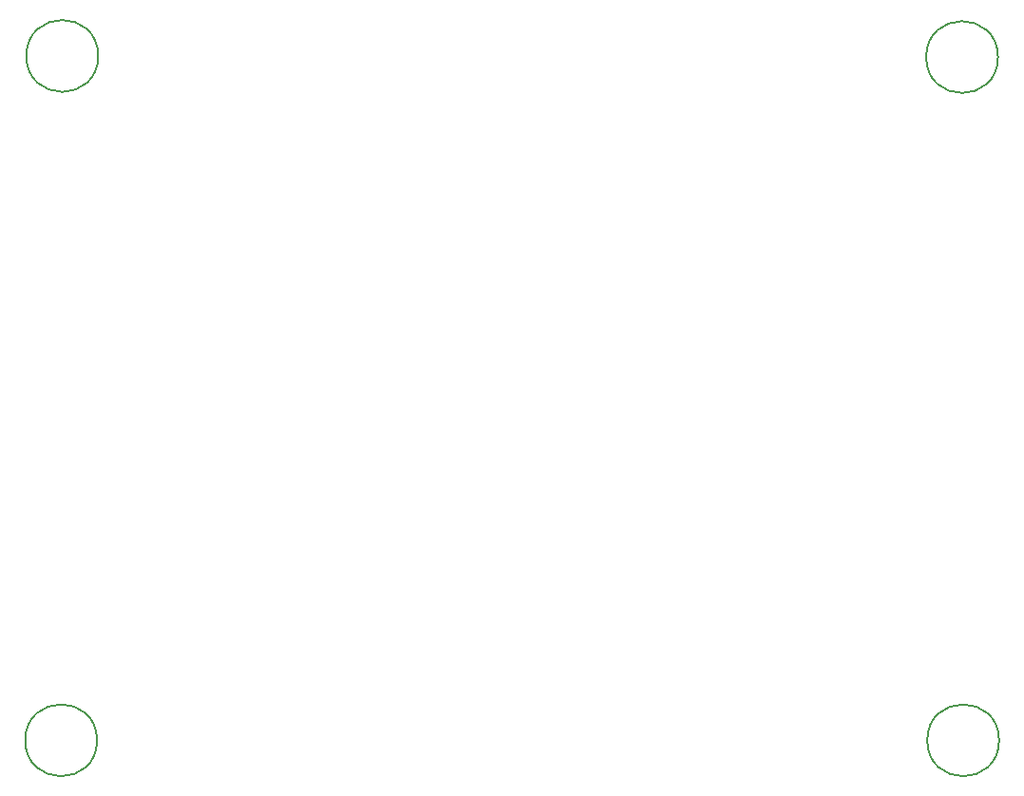
<source format=gbr>
G04 #@! TF.GenerationSoftware,KiCad,Pcbnew,(5.0.0)*
G04 #@! TF.CreationDate,2019-02-04T02:42:20+00:00*
G04 #@! TF.ProjectId,Maxime_Spikeling,4D6178696D655F5370696B656C696E67,rev?*
G04 #@! TF.SameCoordinates,Original*
G04 #@! TF.FileFunction,Other,Comment*
%FSLAX46Y46*%
G04 Gerber Fmt 4.6, Leading zero omitted, Abs format (unit mm)*
G04 Created by KiCad (PCBNEW (5.0.0)) date 02/04/19 02:42:20*
%MOMM*%
%LPD*%
G01*
G04 APERTURE LIST*
%ADD10C,0.150000*%
G04 APERTURE END LIST*
D10*
G04 #@! TO.C,*
X55500000Y-27100000D02*
G75*
G03X55500000Y-27100000I-3200000J0D01*
G01*
X135800000Y-88100000D02*
G75*
G03X135800000Y-88100000I-3200000J0D01*
G01*
X55400000Y-88100000D02*
G75*
G03X55400000Y-88100000I-3200000J0D01*
G01*
X135700000Y-27200000D02*
G75*
G03X135700000Y-27200000I-3200000J0D01*
G01*
G04 #@! TD*
M02*

</source>
